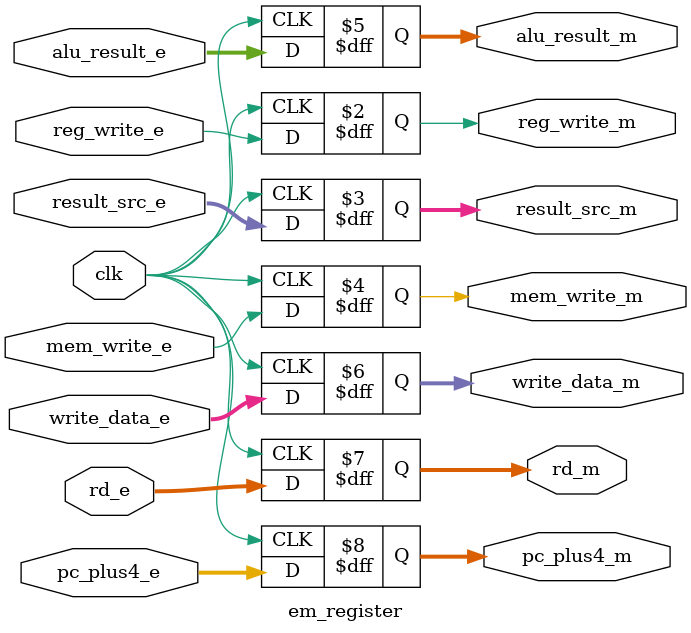
<source format=sv>
module em_register #(
    parameter WIDTH = 32
)(
    input  logic             clk,
    
    // control signals from EXECUTE stage
    input  logic             reg_write_e,
    input  logic [1:0]       result_src_e,
    input  logic             mem_write_e,
    
    // data from EXECUTE stage
    input  logic [WIDTH-1:0] alu_result_e,
    input  logic [WIDTH-1:0] write_data_e,
    input  logic [4:0]       rd_e,
    input  logic [WIDTH-1:0] pc_plus4_e,
    
    // control signals to MEM stage
    output logic             reg_write_m,
    output logic [1:0]       result_src_m,
    output logic             mem_write_m,
    
    // data to MEM stage
    output logic [WIDTH-1:0] alu_result_m,
    output logic [WIDTH-1:0] write_data_m,
    output logic [4:0]       rd_m,
    output logic [WIDTH-1:0] pc_plus4_m
);

always_ff @(posedge clk) begin
    reg_write_m  <= reg_write_e;
    result_src_m <= result_src_e;
    mem_write_m  <= mem_write_e;
    alu_result_m <= alu_result_e;
    write_data_m <= write_data_e;
    rd_m         <= rd_e;
    pc_plus4_m   <= pc_plus4_e;
end

endmodule

</source>
